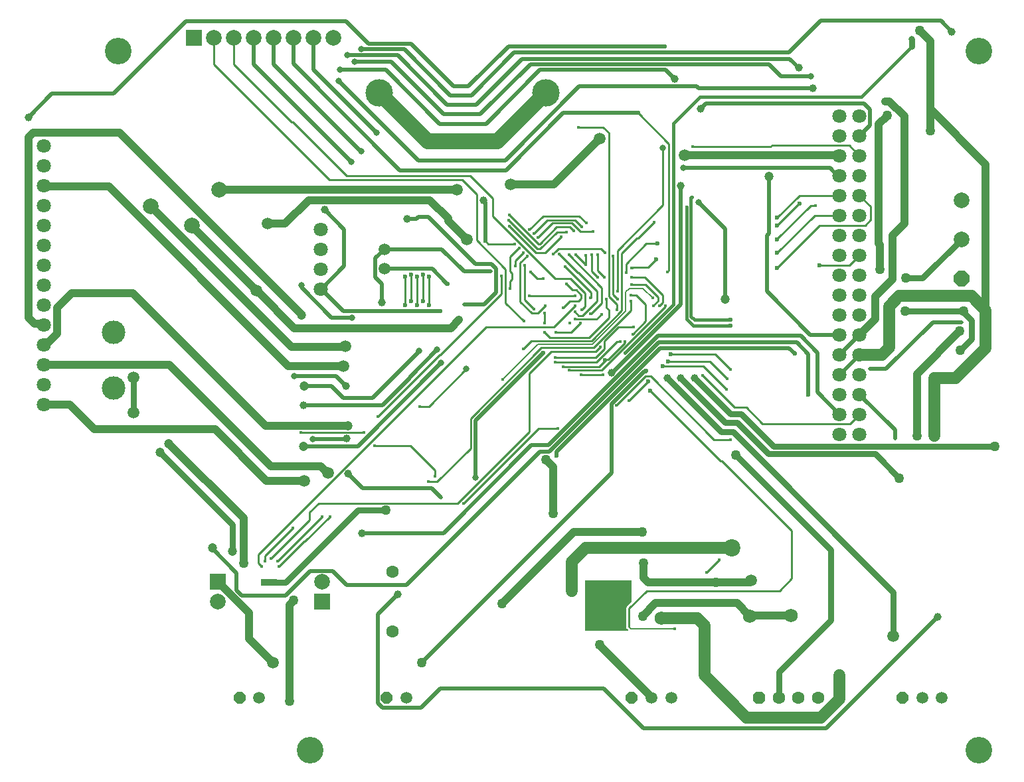
<source format=gbl>
G04*
G04 #@! TF.GenerationSoftware,Altium Limited,Altium Designer,21.8.1 (53)*
G04*
G04 Layer_Physical_Order=2*
G04 Layer_Color=16711680*
%FSLAX44Y44*%
%MOMM*%
G71*
G04*
G04 #@! TF.SameCoordinates,DC6FBC13-50ED-4B09-903C-A93FE52865D5*
G04*
G04*
G04 #@! TF.FilePolarity,Positive*
G04*
G01*
G75*
%ADD10C,0.2500*%
%ADD11C,0.2000*%
%ADD53C,3.5000*%
%ADD59C,1.6000*%
%ADD60P,1.7318X8X22.5*%
%ADD71C,0.4000*%
G04:AMPARAMS|DCode=101|XSize=0.8mm|YSize=2mm|CornerRadius=0.004mm|HoleSize=0mm|Usage=FLASHONLY|Rotation=90.000|XOffset=0mm|YOffset=0mm|HoleType=Round|Shape=RoundedRectangle|*
%AMROUNDEDRECTD101*
21,1,0.8000,1.9920,0,0,90.0*
21,1,0.7920,2.0000,0,0,90.0*
1,1,0.0080,0.9960,0.3960*
1,1,0.0080,0.9960,-0.3960*
1,1,0.0080,-0.9960,-0.3960*
1,1,0.0080,-0.9960,0.3960*
%
%ADD101ROUNDEDRECTD101*%
%ADD109C,1.0000*%
%ADD110C,0.4000*%
%ADD111C,0.5000*%
%ADD112C,1.5000*%
%ADD113C,0.7500*%
%ADD115C,3.4000*%
%ADD116C,2.0000*%
%ADD117P,2.1648X8X112.5*%
%ADD118C,1.5000*%
%ADD119P,1.6236X8X22.5*%
%ADD120R,2.0000X2.0000*%
%ADD121C,1.8000*%
%ADD122R,2.0000X2.0000*%
%ADD123C,3.0000*%
%ADD124C,1.0000*%
%ADD125C,0.8000*%
%ADD126C,0.6000*%
%ADD127C,1.2700*%
%ADD128C,1.7500*%
%ADD129C,1.2000*%
%ADD130C,0.3000*%
%ADD131C,2.2000*%
%ADD132C,2.0000*%
G36*
X830000Y237186D02*
X823907Y231093D01*
X823189Y230018D01*
X822936Y228750D01*
Y205001D01*
X823189Y203732D01*
X823907Y202658D01*
X824982Y201939D01*
X825318Y201192D01*
X824656Y200000D01*
X770000D01*
Y265000D01*
X830000D01*
Y237186D01*
D02*
G37*
D10*
X873000Y614594D02*
Y615000D01*
X872250Y613844D02*
X873000Y614594D01*
X872250Y613250D02*
Y613844D01*
X791750Y532750D02*
X872250Y613250D01*
X750000Y532750D02*
X791750D01*
X623750Y781000D02*
X652500Y752250D01*
Y729750D02*
Y752250D01*
X466750Y781000D02*
X623750D01*
X613750Y776000D02*
X632000Y757750D01*
Y699000D02*
X669000Y662000D01*
X632000Y699000D02*
Y757750D01*
X762250Y621250D02*
X765250Y624250D01*
X751250Y621250D02*
X762250D01*
X742500Y612500D02*
X751250Y621250D01*
X800750Y627000D02*
Y836000D01*
X761500Y843250D02*
X793500D01*
X800750Y836000D01*
X869500Y816250D02*
X869750Y816000D01*
Y743750D02*
Y816000D01*
X811500Y685500D02*
X869750Y743750D01*
X644500Y588250D02*
X730500D01*
X757500Y615250D01*
X799723Y546420D02*
X820963Y567660D01*
Y568713D01*
X796420Y546420D02*
X799723D01*
X820963Y568713D02*
X821250Y569000D01*
X795750Y545750D02*
X796420Y546420D01*
X784500Y543000D02*
X810750Y569250D01*
X815000D01*
X742500Y537500D02*
X788447D01*
X795750Y544803D01*
Y545750D01*
X732500Y543000D02*
X784500D01*
X875250Y658250D02*
Y658464D01*
X837750Y861500D02*
X877250Y822000D01*
X875250Y658464D02*
X877250Y660464D01*
Y822000D01*
X822500Y668750D02*
X848250Y694500D01*
X863000D01*
X907750Y818750D02*
X1007078D01*
X1008328Y820000D01*
X1107250D01*
X1120400Y806850D01*
X681250Y673000D02*
X691500Y683250D01*
X681250Y666000D02*
Y673000D01*
X663750Y630750D02*
Y653500D01*
X584893Y552393D02*
X585393D01*
X506250Y473750D02*
X584893Y552393D01*
X585393D02*
X663750Y630750D01*
X701000Y658500D02*
X709500Y650000D01*
X716750D01*
X693250Y622500D02*
X705000Y610750D01*
X693250Y622500D02*
Y666500D01*
X687750Y620500D02*
X702250Y606000D01*
X710250D02*
X719250Y615000D01*
X702250Y606000D02*
X710250D01*
X876500Y544250D02*
X929500D01*
X876250Y544000D02*
X876500Y544250D01*
X869250Y538000D02*
X921000D01*
X950250Y508750D01*
X853500Y506750D02*
X942970Y417280D01*
X944720D01*
X1033999Y328001D01*
X825963Y494287D02*
Y494375D01*
X850500Y518912D01*
Y519000D01*
X847500Y525000D02*
X853750D01*
X810500Y488000D02*
X847500Y525000D01*
X765250Y527250D02*
X793000D01*
X853750Y525000D02*
X934750Y444000D01*
X711250Y458500D02*
X735500D01*
X615250Y362500D02*
X711250Y458500D01*
X865000Y615000D02*
X869250Y619250D01*
Y628750D01*
X1033999Y266750D02*
Y328001D01*
X1018500Y251250D02*
X1033999Y266750D01*
X925000Y275000D02*
X925250D01*
X941000Y290750D02*
X941250D01*
X925250Y275000D02*
X941000Y290750D01*
X879500Y553250D02*
X936250D01*
X955500Y534000D01*
X541000Y652000D02*
X541125Y651875D01*
Y616375D02*
X541250Y616250D01*
X541125Y616375D02*
Y651875D01*
X975750Y485250D02*
X996750Y464250D01*
X920250Y526000D02*
X961000Y485250D01*
X975750D01*
X996750Y464250D02*
X1108000D01*
X934750Y444000D02*
X956000D01*
X929500Y544250D02*
X951750Y522000D01*
Y521750D02*
Y522000D01*
X571453Y652297D02*
X571656Y652500D01*
X571250Y616250D02*
X571453Y616453D01*
Y652297D01*
X408250Y453250D02*
X408313Y453313D01*
X488062D01*
X488125Y453375D01*
X362250Y296000D02*
X397500Y331250D01*
X1015000Y717500D02*
X1043250Y745750D01*
X1043500D01*
X1107300Y666750D02*
X1120400Y679850D01*
X1069000Y666750D02*
X1107300D01*
X737500Y681250D02*
X761394Y657356D01*
X761893D02*
X785500Y633750D01*
X761394Y657356D02*
X761893D01*
X732807Y684807D02*
X736250Y688250D01*
X730000Y681656D02*
X732807Y684463D01*
X730000Y681250D02*
Y681656D01*
X732807Y684463D02*
Y684807D01*
X652500Y729750D02*
X732000Y650250D01*
X687750Y669750D02*
X696250Y678250D01*
X712911Y694161D02*
X734250Y715500D01*
X674000Y731000D02*
X710839Y694161D01*
X712911D01*
X672750Y724500D02*
X709589Y687661D01*
X712661D01*
X556312Y652438D02*
X556375Y652375D01*
Y616375D02*
Y652375D01*
X502125Y436125D02*
X502250Y436250D01*
X547250D01*
X795000Y570250D02*
X813000Y588250D01*
X832250D01*
X847500Y595250D02*
Y616750D01*
X831000Y578750D02*
X847500Y595250D01*
X701750Y570500D02*
X778500D01*
X691500Y560250D02*
X701750Y570500D01*
X791250Y604500D02*
X791500D01*
X784750Y598000D02*
X791250Y604500D01*
X757500Y598000D02*
X784750D01*
X835625Y628500D02*
X835750D01*
X828625Y628875D02*
X835250D01*
X835625Y628500D01*
X806000Y629625D02*
Y678250D01*
Y629625D02*
X812188Y623438D01*
X747000Y643094D02*
Y643500D01*
Y643094D02*
X750840Y639254D01*
Y638660D02*
Y639254D01*
X771312Y679812D02*
X771375Y679875D01*
X758750Y680000D02*
X759037Y679713D01*
X771312Y668063D02*
Y679812D01*
X759537Y679713D02*
X771250Y668000D01*
X759037Y679713D02*
X759537D01*
X771250Y668000D02*
X771312Y668063D01*
X829500Y642500D02*
X847250D01*
X831406Y664500D02*
X851000D01*
X861250Y674750D01*
X811500Y634250D02*
Y685500D01*
X736250Y688250D02*
X790750D01*
X796000Y683000D01*
X745000Y665000D02*
X777787Y632213D01*
Y625287D02*
Y632213D01*
X785500Y621250D02*
Y633750D01*
X719250Y682500D02*
X740000Y703250D01*
X707500Y682500D02*
X719250D01*
X673500Y716500D02*
X707500Y682500D01*
X838107Y701607D02*
X858000Y721500D01*
X836607Y701607D02*
X838107D01*
X817000Y682000D02*
X836607Y701607D01*
X383547Y836703D02*
X444249Y776000D01*
X613750D01*
X398122Y849629D02*
X466750Y781000D01*
X378000Y289000D02*
X435250Y346250D01*
Y346250D01*
X380250Y282500D02*
X412024Y314273D01*
X413023D01*
X445000Y346250D01*
X826250Y228750D02*
X848750Y251250D01*
X826250Y205001D02*
Y228750D01*
X848750Y251250D02*
X1018500D01*
X675000Y637500D02*
Y646679D01*
X677500Y649179D01*
Y656869D01*
X675000Y659369D02*
X677500Y656869D01*
X675000Y659369D02*
Y677500D01*
X732750Y581000D02*
X752500D01*
X764500Y593000D01*
X822500Y657500D02*
X822750Y657250D01*
X822500Y657500D02*
Y668750D01*
X829750Y663250D02*
X830156D01*
X831406Y664500D01*
X687750Y620500D02*
Y669750D01*
X732000Y650250D02*
X751750D01*
X732500Y548750D02*
X783750D01*
X795000Y560000D01*
X846750Y651250D02*
X869250Y628750D01*
X830000Y651250D02*
X846750D01*
X847250Y642500D02*
X863715Y626035D01*
X835750Y628500D02*
X847500Y616750D01*
X828750Y609500D02*
Y621250D01*
X828750Y621250D02*
X828750Y621250D01*
X786250Y660000D02*
Y680000D01*
Y660000D02*
X795000Y651250D01*
X778750Y658750D02*
X786250Y651250D01*
X778750Y658750D02*
Y680000D01*
X777500Y625000D02*
X777787Y625287D01*
X777844Y605000D02*
X791750Y618906D01*
X777500Y605000D02*
X777844D01*
X791750Y618906D02*
Y638250D01*
X757250Y607500D02*
X762000Y602750D01*
X767000D01*
X800750Y599750D02*
Y609422D01*
X797000Y613172D02*
Y623250D01*
Y613172D02*
X800750Y609422D01*
X863715Y621715D02*
Y626035D01*
X857250Y615250D02*
X863715Y621715D01*
X1069500Y718000D02*
X1127500D01*
X1015250Y663750D02*
X1069500Y718000D01*
X1063150Y730650D02*
X1095000D01*
X1015000Y682500D02*
X1063150Y730650D01*
X1043550Y756050D02*
X1095000D01*
X1015000Y727500D02*
X1043550Y756050D01*
X1015000Y700000D02*
Y700250D01*
X1058000Y743250D01*
X1064000D01*
X750000Y680000D02*
X791750Y638250D01*
X811500Y634250D02*
X811750Y634000D01*
X817000Y609000D02*
Y682000D01*
X775750Y574750D02*
X800750Y599750D01*
X646771Y694250D02*
X680750D01*
X643271Y697750D02*
X646771Y694250D01*
X686000Y688500D02*
X686250D01*
X675000Y677500D02*
X686000Y688500D01*
X548750Y621250D02*
Y655250D01*
X563750Y621250D02*
Y655000D01*
X712661Y687661D02*
X734500Y709500D01*
X718750Y581500D02*
X725500Y574750D01*
X775750D01*
X718750Y593500D02*
Y605750D01*
X734250Y715500D02*
X751000D01*
X756000Y710500D01*
X734500Y709500D02*
X746750D01*
X699500Y712500D02*
X716750Y729750D01*
X762750D01*
X704750Y707250D02*
X722250Y724750D01*
X757500D01*
X710000Y702000D02*
X728750Y720750D01*
X753500D01*
X751750Y650250D02*
X770500Y631500D01*
X764000Y710250D02*
X780750D01*
X753500Y720750D02*
X764000Y710250D01*
X757500Y724750D02*
X766500Y715750D01*
X762750Y729750D02*
X771750Y720750D01*
X559787Y486713D02*
X570963D01*
X618750Y534500D01*
X669000Y618500D02*
Y662000D01*
Y618500D02*
X692000Y595500D01*
X353500Y297250D02*
X644500Y588250D01*
X699250Y627500D02*
X757500D01*
X750840Y638660D02*
X754393Y635107D01*
X383547Y836703D02*
Y836703D01*
X727250Y557000D02*
X784000D01*
X699106Y528856D02*
X727250Y557000D01*
X699106Y454607D02*
Y528856D01*
X714750Y561750D02*
X781000D01*
X624563Y471563D02*
X714750Y561750D01*
X624563Y433313D02*
Y471563D01*
X581750Y390500D02*
X624563Y433313D01*
X784000Y557000D02*
X790000Y563000D01*
X781000Y561750D02*
X828750Y609500D01*
X778500Y570500D02*
X817000Y609000D01*
X795000Y560000D02*
Y570250D01*
X767000Y602750D02*
X785500Y621250D01*
X800750Y627000D02*
X811000Y616750D01*
Y610250D02*
Y616750D01*
X770500Y614000D02*
Y631500D01*
X754393Y635107D02*
X758894D01*
X765250Y628750D01*
Y624250D02*
Y628750D01*
X766500Y610000D02*
X770500Y614000D01*
X570500Y390500D02*
X581750D01*
X607750Y363250D02*
X699106Y454607D01*
X547250Y436250D02*
X578750Y404750D01*
Y397500D02*
Y404750D01*
X362250Y288750D02*
Y296000D01*
X1108000Y464250D02*
X1120400Y476650D01*
X1127500Y718000D02*
X1134500Y725000D01*
Y741950D01*
X1120400Y756050D02*
X1134500Y741950D01*
X419000Y351500D02*
X430750Y363250D01*
X370000Y292625D02*
X419000Y341625D01*
Y351500D01*
X430750Y363250D02*
X607750D01*
X370000Y292500D02*
Y292625D01*
X297300Y922950D02*
X383547Y836703D01*
X396122Y849629D02*
X398122D01*
X322700Y923050D02*
X396122Y849629D01*
X322700Y923050D02*
Y957250D01*
X297300Y922950D02*
Y957250D01*
X353500Y286500D02*
Y297250D01*
Y286500D02*
X358000Y282000D01*
D11*
X826250Y205001D02*
X828501Y202750D01*
X884250D01*
X665000Y520750D02*
X710250Y566000D01*
X779500D01*
X822250Y608750D01*
X844102Y637250D02*
X856250Y625102D01*
X826750Y637250D02*
X844102D01*
X822250Y632750D02*
X826750Y637250D01*
X822250Y608750D02*
Y632750D01*
D53*
X720250Y886500D02*
D03*
X508250D02*
D03*
D59*
X1042500Y115000D02*
D03*
X1017500D02*
D03*
X1067500D02*
D03*
X525000Y199500D02*
D03*
Y275500D02*
D03*
D60*
X992500Y115000D02*
D03*
D71*
X873000Y615000D02*
D03*
X821000Y555000D02*
D03*
X742500Y612500D02*
D03*
X821250Y569000D02*
D03*
X899500Y741500D02*
D03*
X907750Y818750D02*
D03*
X875250Y658250D02*
D03*
X884250Y202750D02*
D03*
X681250Y666000D02*
D03*
X663750Y653500D02*
D03*
X701000Y658500D02*
D03*
X705000Y610750D02*
D03*
X810500Y488000D02*
D03*
X825963Y494287D02*
D03*
X793000Y527250D02*
D03*
X765250D02*
D03*
X750000Y532750D02*
D03*
X742500Y537500D02*
D03*
X732500Y543000D02*
D03*
X735500Y458500D02*
D03*
X865000Y615000D02*
D03*
X941250Y290750D02*
D03*
X925000Y275000D02*
D03*
X956000Y444000D02*
D03*
X1166000Y446000D02*
D03*
X825000Y250000D02*
D03*
X815000D02*
D03*
X785000D02*
D03*
X775000D02*
D03*
X815000Y210000D02*
D03*
X785000D02*
D03*
X825000Y240000D02*
D03*
X775000Y210000D02*
D03*
Y220000D02*
D03*
Y230000D02*
D03*
Y240000D02*
D03*
X785000Y260000D02*
D03*
X775000D02*
D03*
X825000D02*
D03*
X815000D02*
D03*
X951750Y521750D02*
D03*
X955500Y534000D02*
D03*
X506250Y473750D02*
D03*
X408250Y453250D02*
D03*
X397500Y331250D02*
D03*
X578750Y397500D02*
D03*
X570500Y390500D02*
D03*
X1064000Y743250D02*
D03*
X737500Y681250D02*
D03*
X730000D02*
D03*
X696250Y678250D02*
D03*
X710000Y702000D02*
D03*
X704750Y707250D02*
D03*
X699500Y712500D02*
D03*
X674000Y731000D02*
D03*
X672750Y724500D02*
D03*
X616500Y617000D02*
D03*
X502125Y436125D02*
D03*
X488125Y453375D02*
D03*
X559787Y486713D02*
D03*
X950250Y508750D02*
D03*
X920250Y526000D02*
D03*
X832250Y588250D02*
D03*
X831000Y578750D02*
D03*
X815000Y569250D02*
D03*
X790000Y563000D02*
D03*
X732500Y548750D02*
D03*
X691500Y560250D02*
D03*
X699250Y627500D02*
D03*
X692000Y595500D02*
D03*
X719250Y615000D02*
D03*
X718750Y605750D02*
D03*
Y593500D02*
D03*
Y581500D02*
D03*
X732750Y581000D02*
D03*
X757500Y615250D02*
D03*
X757250Y607500D02*
D03*
X757500Y598000D02*
D03*
X751000Y593500D02*
D03*
X764500Y593000D02*
D03*
X766500Y610000D02*
D03*
X777500Y605000D02*
D03*
X791500Y604500D02*
D03*
X811000Y610250D02*
D03*
X828750Y621250D02*
D03*
X828625Y628875D02*
D03*
X812188Y623438D02*
D03*
X797000Y623250D02*
D03*
X777500Y625000D02*
D03*
X757500Y627500D02*
D03*
X747000Y643500D02*
D03*
X771250Y668000D02*
D03*
X829500Y642500D02*
D03*
X811750Y634000D02*
D03*
X786250Y651250D02*
D03*
X795000D02*
D03*
X830000D02*
D03*
X829750Y663250D02*
D03*
X822750Y657250D02*
D03*
X806000Y678250D02*
D03*
X740000Y703250D02*
D03*
X746750Y709500D02*
D03*
X756000Y710500D02*
D03*
X766500Y715750D02*
D03*
X771750Y720750D02*
D03*
X780750Y710250D02*
D03*
X796000Y683000D02*
D03*
X786250Y680000D02*
D03*
X778750D02*
D03*
X771375Y679875D02*
D03*
X758750Y680000D02*
D03*
X750000D02*
D03*
X745000Y665000D02*
D03*
X673500Y716500D02*
D03*
X906250Y753750D02*
D03*
X858000Y721500D02*
D03*
X358000Y282000D02*
D03*
X362250Y288750D02*
D03*
X370000Y292500D02*
D03*
X378000Y289000D02*
D03*
X380250Y282500D02*
D03*
X435250Y346250D02*
D03*
X445000Y346250D02*
D03*
X680750Y694250D02*
D03*
X686250Y688500D02*
D03*
X691500Y683250D02*
D03*
X716750Y650000D02*
D03*
X693250Y666500D02*
D03*
X649750Y658750D02*
D03*
X675000Y637500D02*
D03*
X857250Y615250D02*
D03*
X665000Y520750D02*
D03*
X615250Y362500D02*
D03*
X856250Y625102D02*
D03*
X1250442Y594360D02*
D03*
X1133856Y534670D02*
D03*
X586486Y370332D02*
D03*
X761500Y843250D02*
D03*
D101*
X367500Y262500D02*
D03*
D109*
X595647Y723853D02*
X619750Y699750D01*
X595647Y723853D02*
Y726853D01*
X572500Y750000D02*
X595647Y726853D01*
X675750Y770500D02*
X730750D01*
X789000Y828750D01*
X936750Y262500D02*
X979044D01*
X850733D02*
X936750D01*
X897500Y807500D02*
X897825Y807175D01*
X1094675D01*
X1095000Y806850D01*
X388000Y720250D02*
X417750Y750000D01*
X572500D01*
X789250Y181769D02*
X855000Y116019D01*
Y115000D02*
Y116019D01*
X789250Y181769D02*
Y182500D01*
X843750Y219000D02*
X860250Y235500D01*
X964250D02*
X980500Y219250D01*
X860250Y235500D02*
X964250D01*
X844875Y268358D02*
X850733Y262500D01*
X844875Y268358D02*
Y286625D01*
X979044Y262500D02*
X980897Y264353D01*
X982250D01*
X980500Y219250D02*
X980750Y219500D01*
X1158250Y876000D02*
X1177250Y857000D01*
X1153000Y876000D02*
X1158250D01*
X1193250Y489240D02*
X1194000Y488490D01*
Y449000D02*
Y488490D01*
X1193250Y489240D02*
Y528000D01*
X342250Y190000D02*
Y222950D01*
Y190000D02*
X372250Y160000D01*
X393500Y110250D02*
Y233269D01*
X398500Y238269D01*
Y239000D01*
X370250Y410250D02*
X433147D01*
X240700Y539800D02*
X370250Y410250D01*
X80000Y539800D02*
X240700D01*
X298500Y457250D02*
X363750Y392000D01*
X412000D01*
X433147Y410250D02*
X441397Y402000D01*
X442750D01*
X1177250Y719938D02*
Y857000D01*
X1032500Y219500D02*
X1032750Y219750D01*
X980750Y219500D02*
X1032500D01*
X409000Y603250D02*
Y603750D01*
X176750Y836000D02*
X409000Y603750D01*
X66608Y836000D02*
X176750D01*
X60750Y600000D02*
Y830142D01*
X66608Y836000D01*
X60750Y600000D02*
X68620Y592130D01*
X78469D02*
X80000Y590600D01*
X68620Y592130D02*
X78469D01*
X396000Y563000D02*
X464750D01*
X465000Y563250D01*
X163000Y767500D02*
X392250Y538250D01*
X462094D01*
X194000Y631500D02*
X363250Y462250D01*
X468000D01*
X399750Y586750D02*
X599250D01*
X609750Y597250D01*
X269500Y717000D02*
X351500Y635000D01*
X269500Y717000D02*
Y717250D01*
X145000Y457250D02*
X298500D01*
X354000Y632500D02*
X399750Y586750D01*
X1162250Y704937D02*
X1177250Y719938D01*
X365750Y720250D02*
X388000D01*
X303750Y763000D02*
X606966D01*
X97000Y613000D02*
X115500Y631500D01*
X97000Y579250D02*
Y613000D01*
X86950Y569200D02*
X97000Y579250D01*
X115500Y631500D02*
X194000D01*
X113251Y489000D02*
X145000Y457250D01*
X80000Y565200D02*
X82164D01*
X86164Y569200D02*
X86950D01*
X82164Y565200D02*
X86164Y569200D01*
X80000Y489000D02*
X113251D01*
X80899Y767500D02*
X163000D01*
X80000Y768400D02*
X80899Y767500D01*
X216750Y742250D02*
X396000Y563000D01*
X239500Y439250D02*
X334750Y344000D01*
Y287000D02*
Y344000D01*
X755500Y326250D02*
X842814D01*
X664250Y235000D02*
X755500Y326250D01*
X720250Y419000D02*
X729500Y409750D01*
Y349750D02*
Y409750D01*
X1144500Y694600D02*
X1146250Y692850D01*
Y661750D02*
Y692850D01*
X1144500Y694600D02*
Y846769D01*
X1155250Y857519D01*
X1281250Y609000D02*
Y795858D01*
X1210750Y838500D02*
Y866358D01*
X1281250Y795858D01*
X1210750Y866358D02*
Y953250D01*
X1162250Y648750D02*
Y704937D01*
X1140500Y627000D02*
X1162250Y648750D01*
X1140500Y598350D02*
Y627000D01*
X1120400Y578250D02*
X1140500Y598350D01*
X1155250Y857519D02*
Y858250D01*
X1197250Y966750D02*
X1210750Y953250D01*
X1193250Y528000D02*
X1248250Y583000D01*
X302500Y262700D02*
X342250Y222950D01*
D110*
X882750Y616750D02*
Y847750D01*
X821000Y555000D02*
X882750Y616750D01*
Y847750D02*
X917000Y882000D01*
X899500Y598500D02*
X908250Y589750D01*
X899500Y598500D02*
Y741500D01*
X905343Y752843D02*
X906250Y753750D01*
X905343Y601907D02*
X909750Y597500D01*
X905343Y601907D02*
Y752843D01*
X917000Y882000D02*
X1122750D01*
X1187250Y946499D01*
Y946500D01*
X909750Y597500D02*
X956000D01*
X908250Y589750D02*
X955750D01*
D111*
X892250Y616897D02*
Y768750D01*
X805353Y530000D02*
X892250Y616897D01*
X804000Y530000D02*
X805353D01*
X570500Y728500D02*
X630750Y668250D01*
X557406Y728500D02*
X570500D01*
X554906Y726000D02*
X557406Y728500D01*
X511500Y619750D02*
Y643136D01*
X503000Y651636D02*
X511500Y643136D01*
X712932Y916432D02*
X872818D01*
X884250Y905000D01*
X644000Y847500D02*
X712932Y916432D01*
X895250Y791250D02*
X1082466D01*
X1092266Y781450D01*
X1095103Y527347D02*
X1120400Y552644D01*
X915000Y747500D02*
X948750Y713750D01*
Y624000D02*
Y713750D01*
X733997Y424371D02*
Y429247D01*
X865836Y561086D02*
X1030643D01*
X733997Y429247D02*
X865836Y561086D01*
X864202Y568452D02*
X1040384D01*
X713072Y429100D02*
X724850D01*
X864202Y568452D01*
X863334Y576834D02*
X1045166D01*
X723750Y437250D02*
X863334Y576834D01*
X701918Y437250D02*
X723750D01*
X466375Y445375D02*
X466500Y445500D01*
X423250Y445250D02*
X423375Y445375D01*
X466375D01*
X546463Y523963D02*
X581750Y559250D01*
X511750Y488250D02*
X546463Y522963D01*
Y523963D01*
X480500Y436000D02*
X586500Y542000D01*
X411250Y436000D02*
X480500D01*
X543000Y726000D02*
X554906D01*
X476750Y926750D02*
X522750D01*
X590000Y859500D01*
X467000Y935000D02*
X531250D01*
X594500Y871750D01*
X485250Y942750D02*
X539750D01*
X598750Y883750D01*
X562125Y159625D02*
X804000Y401500D01*
X845309Y531559D02*
X848059D01*
X804000Y483000D02*
Y490250D01*
X845309Y531559D01*
X848059D02*
X848250Y531750D01*
X733806Y424180D02*
X733997Y424371D01*
X1224000Y979000D02*
X1238000Y965000D01*
X1071000Y979000D02*
X1224000D01*
X1030250Y938250D02*
X1071000Y979000D01*
X1002000Y634000D02*
Y704553D01*
X1005000Y707553D01*
Y780000D01*
X1002000Y634000D02*
X1057750Y578250D01*
X1095000D01*
X1037729Y554000D02*
X1038000D01*
X1030643Y561086D02*
X1037729Y554000D01*
X1045166Y576834D02*
X1066800Y555200D01*
Y504850D02*
Y555200D01*
X680000Y938250D02*
X1030250D01*
X1166000Y446000D02*
Y456450D01*
X1120400Y502050D02*
X1166000Y456450D01*
X1020114Y908000D02*
X1058000D01*
X690000Y930500D02*
X1031500D01*
X1043000Y919000D02*
Y919000D01*
X1031500Y930500D02*
X1043000Y919000D01*
X914698Y893000D02*
X1061000D01*
X912699Y895000D02*
X914698Y893000D01*
X1004614Y923500D02*
X1020114Y908000D01*
X762750Y895000D02*
X912699D01*
X668500Y800750D02*
X762750Y895000D01*
X844742Y75500D02*
X1078038D01*
X793750Y126492D02*
X844742Y75500D01*
X1078038D02*
X1220216Y217678D01*
X575250Y662500D02*
X594500Y643250D01*
X594656D01*
X411500Y488250D02*
X411500Y488250D01*
X511750D01*
X452750Y525250D02*
X465250Y512750D01*
X399500Y525250D02*
X452750D01*
X411750Y512750D02*
X412001Y513000D01*
X446750D01*
X295000Y305000D02*
X325749Y274251D01*
X295000Y305000D02*
Y305750D01*
X468250Y400684D02*
X486918Y382016D01*
X630750Y469000D02*
X716750Y555000D01*
X630750Y396250D02*
Y469000D01*
X1092266Y781450D02*
X1095000D01*
X643000Y697750D02*
Y747229D01*
X640750Y749479D02*
Y749750D01*
Y749479D02*
X643000Y747229D01*
X514750Y687500D02*
X587500D01*
X616250Y658750D02*
X649750D01*
X587500Y687500D02*
X616250Y658750D01*
X462250Y608500D02*
X462250Y608500D01*
X585500D01*
X434050Y636700D02*
X463296Y665946D01*
X408500Y638488D02*
X447238Y599750D01*
X408500Y638488D02*
Y641750D01*
X499500Y497750D02*
X558750Y557000D01*
Y557250D01*
X621500Y895000D02*
X672750Y946250D01*
X872250D01*
X625500Y883750D02*
X680000Y938250D01*
X557500Y800750D02*
X668500D01*
X456250Y902000D02*
X557500Y800750D01*
X465500Y978000D02*
X494250Y949250D01*
X548250D02*
X602500Y895000D01*
X494250Y949250D02*
X548250D01*
X261500Y978000D02*
X465500D01*
X602500Y895000D02*
X621500D01*
X598750Y883750D02*
X625500D01*
X636750Y859500D02*
X700750Y923500D01*
X590000Y859500D02*
X636750D01*
X585000Y847500D02*
X644000D01*
X516068Y916432D02*
X585000Y847500D01*
X631250Y871750D02*
X690000Y930500D01*
X594500Y871750D02*
X631250D01*
X700750Y923500D02*
X1004614D01*
X457962Y916432D02*
X516068D01*
X917250Y866500D02*
X924256Y873506D01*
X1125728D01*
X60500Y856000D02*
X90187Y885687D01*
X60500Y856000D02*
Y856000D01*
X325749Y251825D02*
Y274251D01*
X320500Y302054D02*
X320548Y302006D01*
X169187Y885687D02*
X261500Y978000D01*
X669250Y788250D02*
X742500Y861500D01*
X837750D01*
X534500Y788250D02*
X669250D01*
X424300Y916450D02*
Y957250D01*
Y916450D02*
X504500Y836250D01*
X447238Y599750D02*
X473000D01*
X643000Y697750D02*
X643271D01*
X1095103Y527347D02*
X1095103D01*
X462000Y497750D02*
X499500D01*
X446750Y513000D02*
X462000Y497750D01*
X656750Y632250D02*
Y662250D01*
X641500Y617000D02*
X656750Y632250D01*
X616500Y617000D02*
X641500D01*
X514750Y662500D02*
X575250D01*
X650750Y668250D02*
X656750Y662250D01*
X630750Y668250D02*
X650750D01*
X589788Y325120D02*
X701918Y437250D01*
X90187Y885687D02*
X169187D01*
X1125728Y873506D02*
X1133348Y865886D01*
Y845198D02*
Y865886D01*
X1120400Y832250D02*
X1133348Y845198D01*
X463296Y665946D02*
Y712470D01*
X438150Y737616D02*
X463296Y712470D01*
X1213612Y594360D02*
X1250442D01*
X1153922Y534670D02*
X1213612Y594360D01*
X1133856Y534670D02*
X1153922D01*
X325749Y251825D02*
X332210Y245364D01*
X388366D01*
X419608Y276606D01*
X448818D01*
X466598Y258826D01*
X542798D01*
X713072Y429100D01*
X1040384Y568452D02*
X1055116Y553720D01*
Y502050D02*
Y553720D01*
X486918Y382016D02*
X574802D01*
X586486Y370332D01*
X506222Y221234D02*
X531876Y246888D01*
X506222Y107696D02*
Y221234D01*
Y107696D02*
X512064Y101854D01*
X561086D01*
X585724Y126492D01*
X793750D01*
X1095000Y552850D02*
X1120400Y578250D01*
X485648Y325120D02*
X589788D01*
X1066800Y504850D02*
X1095000Y476650D01*
X804000Y401500D02*
Y481250D01*
X434050Y636700D02*
X462250Y608500D01*
X433250Y636700D02*
X434050D01*
X503000Y651636D02*
Y675750D01*
X514750Y687500D01*
X398900Y923850D02*
X534500Y788250D01*
X348100Y923400D02*
Y957250D01*
Y923400D02*
X472250Y799250D01*
X484250Y812750D02*
X484750D01*
X373500Y923500D02*
X484250Y812750D01*
X373500Y923500D02*
Y957250D01*
X398900Y923850D02*
Y957250D01*
D112*
X868000Y216000D02*
X913577D01*
X922364Y143386D02*
Y207213D01*
X913577Y216000D02*
X922364Y207213D01*
Y143386D02*
X976250Y89500D01*
X1216000Y449000D02*
X1216000Y449000D01*
Y522516D01*
X976250Y89500D02*
X1071250D01*
X1095000Y113250D01*
Y143750D01*
X753500Y288500D02*
X771375Y306375D01*
X957375D01*
X753500Y251000D02*
Y288500D01*
X1157750Y614500D02*
X1170750Y627500D01*
X1120400Y552850D02*
X1148963D01*
X1157750Y561637D01*
Y614500D01*
X1243000Y522750D02*
X1281250Y561000D01*
X1262750Y627500D02*
X1281250Y609000D01*
Y561000D02*
Y609000D01*
X1216235Y522750D02*
X1243000D01*
X1170750Y627500D02*
X1262750D01*
X1216000Y522516D02*
X1216235Y522750D01*
D113*
X892000Y523000D02*
X949000Y466000D01*
X964000D02*
X1004000Y426000D01*
X949000Y466000D02*
X964000D01*
X959000Y454000D02*
X1163500Y249500D01*
X944000Y454000D02*
X959000D01*
X875000Y523000D02*
X944000Y454000D01*
X320500Y302054D02*
X320548Y302101D01*
X955750Y477500D02*
X969500D01*
X1011000Y436000D02*
X1293000D01*
X969500Y477500D02*
X1011000Y436000D01*
X1163500Y193750D02*
Y249500D01*
X1004000Y426000D02*
X1140000D01*
X1171000Y395000D01*
X1187250Y946500D02*
Y955500D01*
X1179650Y650350D02*
X1200350D01*
X1179000Y651000D02*
X1179650Y650350D01*
X1200350D02*
X1250000Y700000D01*
X194596Y479199D02*
X194750Y479353D01*
X194596Y478981D02*
X194663Y478913D01*
X194596Y478981D02*
Y479199D01*
X194750Y479353D02*
Y523500D01*
X228500Y427750D02*
X320548Y335702D01*
Y302101D02*
Y335702D01*
X1083500Y213500D02*
Y303750D01*
X1017500Y115000D02*
Y147500D01*
X1083500Y213500D01*
X910000Y523250D02*
X955750Y477500D01*
X388750Y262500D02*
X480500Y354250D01*
X516000D01*
X375037Y262500D02*
X388750D01*
X1178750Y608000D02*
X1178875Y608125D01*
X1252375D01*
X1252500Y608250D01*
X1262750Y573000D02*
Y596593D01*
X1252500Y606843D02*
X1262750Y596593D01*
X1252500Y606843D02*
Y608250D01*
X1248500Y558750D02*
X1262750Y573000D01*
X962500Y424750D02*
X1083500Y303750D01*
D115*
X175000Y940000D02*
D03*
X1272000Y48000D02*
D03*
Y940000D02*
D03*
X420000Y48000D02*
D03*
D116*
X1250000Y750000D02*
D03*
Y700000D02*
D03*
X435000Y262700D02*
D03*
X302500Y237300D02*
D03*
X449700Y957250D02*
D03*
X398900D02*
D03*
X322700D02*
D03*
X297300D02*
D03*
X348100D02*
D03*
X373500D02*
D03*
X424300D02*
D03*
X269500Y717250D02*
D03*
X303750Y763000D02*
D03*
X216750Y742250D02*
D03*
D117*
X1250000Y650000D02*
D03*
D118*
X1225000Y115000D02*
D03*
X1200000D02*
D03*
X880000D02*
D03*
X855000D02*
D03*
X355000D02*
D03*
X542500D02*
D03*
X619750Y699750D02*
D03*
X789000Y828750D02*
D03*
X897500Y807500D02*
D03*
X372250Y160000D02*
D03*
X753500Y251000D02*
D03*
X412000Y392000D02*
D03*
X442750Y402000D02*
D03*
X465000Y563250D02*
D03*
X462094Y538250D02*
D03*
X982250Y264353D02*
D03*
X351500Y635000D02*
D03*
X365750Y720250D02*
D03*
X675750Y770500D02*
D03*
X606966Y763000D02*
D03*
X194500Y478750D02*
D03*
X194750Y523500D02*
D03*
X514750Y662500D02*
D03*
Y687500D02*
D03*
X1163500Y193750D02*
D03*
D119*
X1175000Y115000D02*
D03*
X830000D02*
D03*
X330000D02*
D03*
X517500D02*
D03*
D120*
X435000Y237300D02*
D03*
X302500Y262700D02*
D03*
D121*
X433250Y712900D02*
D03*
Y687500D02*
D03*
Y662100D02*
D03*
Y636700D02*
D03*
X80000Y819200D02*
D03*
Y793800D02*
D03*
Y768400D02*
D03*
Y743000D02*
D03*
Y717600D02*
D03*
Y692200D02*
D03*
Y666800D02*
D03*
Y641400D02*
D03*
Y616000D02*
D03*
Y590600D02*
D03*
Y565200D02*
D03*
Y539800D02*
D03*
Y514400D02*
D03*
Y489000D02*
D03*
X1095000Y857650D02*
D03*
X1120400D02*
D03*
X1095000Y832250D02*
D03*
X1120400D02*
D03*
X1095000Y806850D02*
D03*
X1120400D02*
D03*
Y451250D02*
D03*
X1095000D02*
D03*
Y476650D02*
D03*
X1120400D02*
D03*
X1095000Y502050D02*
D03*
X1120400D02*
D03*
Y527450D02*
D03*
X1095000D02*
D03*
X1120400Y552850D02*
D03*
X1095000D02*
D03*
X1120400Y578250D02*
D03*
X1095000D02*
D03*
X1120400Y603650D02*
D03*
X1095000D02*
D03*
X1120400Y629050D02*
D03*
X1095000D02*
D03*
X1120400Y654450D02*
D03*
X1095000D02*
D03*
X1120400Y679850D02*
D03*
X1095000D02*
D03*
X1120400Y705250D02*
D03*
X1095000D02*
D03*
X1120400Y730650D02*
D03*
X1095000D02*
D03*
X1120400Y756050D02*
D03*
X1095000D02*
D03*
X1120400Y781450D02*
D03*
X1095000D02*
D03*
D122*
X271900Y957250D02*
D03*
D123*
X169000Y581000D02*
D03*
Y510000D02*
D03*
D124*
X511500Y619750D02*
D03*
X892250Y768750D02*
D03*
X804000Y530000D02*
D03*
X466500Y445500D02*
D03*
X543000Y726000D02*
D03*
X892000Y523000D02*
D03*
X875000D02*
D03*
X1153000Y876000D02*
D03*
X1238000Y965000D02*
D03*
X1043000Y919000D02*
D03*
X1061000Y893000D02*
D03*
X411500Y488250D02*
D03*
X468250Y400684D02*
D03*
X485648Y325120D02*
D03*
X640750Y749750D02*
D03*
X465250Y512750D02*
D03*
X910000Y523250D02*
D03*
X884250Y905000D02*
D03*
X917250Y866500D02*
D03*
X60500Y856000D02*
D03*
X438150Y737616D02*
D03*
X531876Y246888D02*
D03*
X1220216Y217678D02*
D03*
D125*
X869500Y816250D02*
D03*
X895250Y791250D02*
D03*
X915000Y747500D02*
D03*
X581750Y559250D02*
D03*
X586500Y542000D02*
D03*
X476750Y926750D02*
D03*
X467000Y935000D02*
D03*
X485250Y942750D02*
D03*
X1058000Y908000D02*
D03*
X423250Y445250D02*
D03*
X399500Y525250D02*
D03*
X630750Y396250D02*
D03*
X408500Y641750D02*
D03*
X558750Y557250D02*
D03*
X618750Y534500D02*
D03*
X456250Y902000D02*
D03*
X457962Y916432D02*
D03*
X504500Y836250D02*
D03*
X473000Y599750D02*
D03*
X472250Y799250D02*
D03*
X484750Y812750D02*
D03*
X1187250Y955500D02*
D03*
D126*
X795750Y545750D02*
D03*
X863000Y694500D02*
D03*
X876250Y544000D02*
D03*
X869250Y538000D02*
D03*
X853500Y506750D02*
D03*
X850500Y519000D02*
D03*
X848250Y531750D02*
D03*
X879500Y553250D02*
D03*
X541000Y652000D02*
D03*
X1038000Y554000D02*
D03*
X594656Y643250D02*
D03*
X563750Y655000D02*
D03*
X571656Y652500D02*
D03*
X556312Y652438D02*
D03*
X548750Y655250D02*
D03*
X1015000Y682500D02*
D03*
X1055116Y502050D02*
D03*
X956000Y597500D02*
D03*
X955750Y589750D02*
D03*
X1043500Y745750D02*
D03*
X1015000Y727500D02*
D03*
Y717500D02*
D03*
Y700000D02*
D03*
X1015250Y663750D02*
D03*
X1069000Y666750D02*
D03*
X837750Y861500D02*
D03*
X585500Y608500D02*
D03*
X571250Y616250D02*
D03*
X563750Y621250D02*
D03*
X556375Y616375D02*
D03*
X548750Y621250D02*
D03*
X541250Y616250D02*
D03*
X733806Y424180D02*
D03*
X716750Y555000D02*
D03*
X861250Y674750D02*
D03*
X872250Y946250D02*
D03*
X643000Y697750D02*
D03*
X609750Y597250D02*
D03*
D127*
X789250Y182500D02*
D03*
X561750Y160000D02*
D03*
X936750Y262500D02*
D03*
X1293000Y436000D02*
D03*
X1216000Y449000D02*
D03*
X1194000D02*
D03*
X1171000Y395000D02*
D03*
X844875Y286625D02*
D03*
X393500Y110250D02*
D03*
X1179000Y651000D02*
D03*
X1095000Y143750D02*
D03*
X334750Y287000D02*
D03*
X842814Y326250D02*
D03*
X664250Y235000D02*
D03*
X720250Y419000D02*
D03*
X729500Y349750D02*
D03*
X1146250Y661750D02*
D03*
X1210750Y838500D02*
D03*
X1155250Y858250D02*
D03*
X1252500Y608250D02*
D03*
X1197250Y966750D02*
D03*
X1178750Y608000D02*
D03*
X1248500Y558750D02*
D03*
X1216000Y522516D02*
D03*
X1248250Y583000D02*
D03*
X843750Y219000D02*
D03*
X962500Y424750D02*
D03*
X398500Y239000D02*
D03*
X516000Y354250D02*
D03*
D128*
X868000Y216000D02*
D03*
X980500Y219250D02*
D03*
X1032750Y219750D02*
D03*
D129*
X1005000Y780000D02*
D03*
X411750Y512750D02*
D03*
X295000Y305750D02*
D03*
X948750Y624000D02*
D03*
X409000Y603250D02*
D03*
X468000Y462250D02*
D03*
X228500Y427750D02*
D03*
X320548Y302006D02*
D03*
X411250Y436000D02*
D03*
X239500Y439250D02*
D03*
D130*
X367500Y262500D02*
D03*
X375037D02*
D03*
X360000D02*
D03*
D131*
X957375Y306375D02*
D03*
D132*
X508250Y886500D02*
X569750Y825000D01*
X658750D02*
X720250Y886500D01*
X569750Y825000D02*
X658750D01*
M02*

</source>
